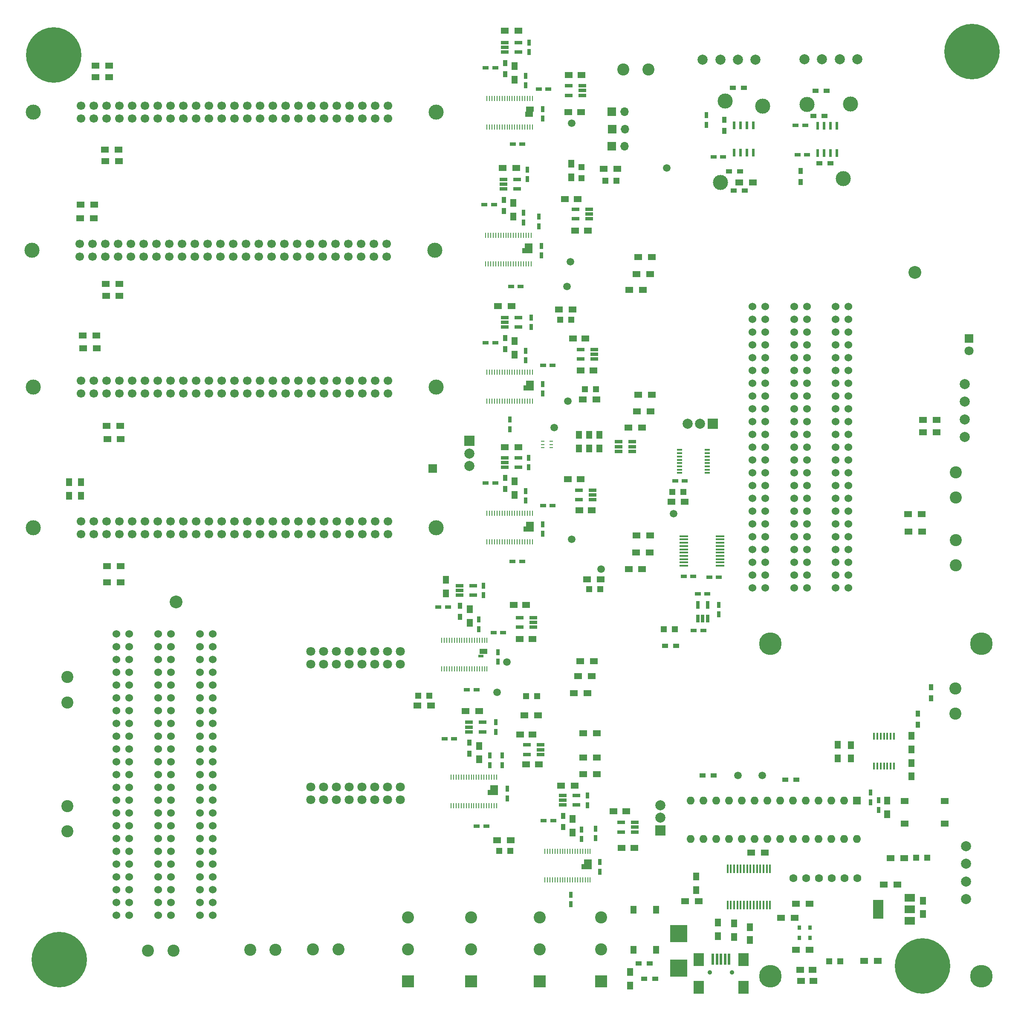
<source format=gbr>
G04 #@! TF.FileFunction,Soldermask,Top*
%FSLAX46Y46*%
G04 Gerber Fmt 4.6, Leading zero omitted, Abs format (unit mm)*
G04 Created by KiCad (PCBNEW 4.0.4-stable) date 08/02/17 18:58:23*
%MOMM*%
%LPD*%
G01*
G04 APERTURE LIST*
%ADD10C,0.100000*%
%ADD11R,1.500000X1.300000*%
%ADD12C,4.500000*%
%ADD13R,0.650000X0.250000*%
%ADD14R,1.050000X0.450000*%
%ADD15R,0.500000X2.300000*%
%ADD16R,2.000000X2.500000*%
%ADD17C,0.900000*%
%ADD18R,2.400000X2.400000*%
%ADD19C,2.400000*%
%ADD20R,0.450000X1.750000*%
%ADD21R,2.000000X1.000000*%
%ADD22R,0.285000X1.100000*%
%ADD23R,1.500000X1.000000*%
%ADD24C,1.800000*%
%ADD25R,1.560000X0.650000*%
%ADD26R,1.300000X1.500000*%
%ADD27R,1.200000X0.750000*%
%ADD28R,0.750000X1.200000*%
%ADD29R,0.900000X1.200000*%
%ADD30R,2.000000X3.800000*%
%ADD31R,2.000000X1.500000*%
%ADD32R,1.200000X1.200000*%
%ADD33R,1.600000X1.600000*%
%ADD34O,1.600000X1.600000*%
%ADD35R,0.600000X1.550000*%
%ADD36C,3.000000*%
%ADD37C,1.524000*%
%ADD38R,0.450000X1.450000*%
%ADD39R,1.800000X1.800000*%
%ADD40C,1.500000*%
%ADD41R,0.800000X0.900000*%
%ADD42R,1.250000X1.500000*%
%ADD43R,1.500000X1.250000*%
%ADD44R,3.500000X3.500000*%
%ADD45R,1.200000X0.900000*%
%ADD46R,1.300000X1.550000*%
%ADD47R,1.000000X0.500000*%
%ADD48C,1.600000*%
%ADD49R,0.650000X1.560000*%
%ADD50C,11.000000*%
%ADD51C,0.700000*%
%ADD52R,1.750000X0.450000*%
%ADD53R,2.000000X2.000000*%
%ADD54C,2.000000*%
%ADD55R,1.700000X1.700000*%
%ADD56R,1.550000X1.300000*%
%ADD57C,2.540000*%
%ADD58O,1.700000X1.700000*%
%ADD59C,1.700000*%
G04 APERTURE END LIST*
D10*
D11*
X35657800Y-98780600D03*
X38357800Y-98780600D03*
D12*
X209296000Y-205444399D03*
X167386000Y-205444399D03*
X167386000Y-139344400D03*
D13*
X123850400Y-99161600D03*
X123850400Y-99811600D03*
X123850400Y-100461600D03*
X122125400Y-99161600D03*
X122125400Y-99811600D03*
X122125400Y-100461600D03*
D14*
X154844800Y-105449800D03*
X154844800Y-104799800D03*
X154844800Y-104149800D03*
X154844800Y-103499800D03*
X154844800Y-102849800D03*
X154844800Y-102199800D03*
X154844800Y-101549800D03*
X154844800Y-100899800D03*
X149294800Y-100899800D03*
X149294800Y-101549800D03*
X149294800Y-102199800D03*
X149294800Y-102849800D03*
X149294800Y-103499800D03*
X149294800Y-104149800D03*
X149294800Y-104799800D03*
X149294800Y-105449800D03*
D15*
X155956200Y-202025600D03*
X156756200Y-202025600D03*
X157556200Y-202025600D03*
X158356200Y-202025600D03*
X159156200Y-202025600D03*
D16*
X153106200Y-202125600D03*
X153106200Y-207625600D03*
X162006200Y-202125600D03*
X162006200Y-207625600D03*
D17*
X155356200Y-204625600D03*
X159756200Y-204625600D03*
D18*
X121513600Y-206451200D03*
D19*
X121513600Y-200101200D03*
X121513600Y-193751200D03*
D20*
X167293000Y-184106000D03*
X166643000Y-184106000D03*
X165993000Y-184106000D03*
X165343000Y-184106000D03*
X164693000Y-184106000D03*
X164043000Y-184106000D03*
X163393000Y-184106000D03*
X162743000Y-184106000D03*
X162093000Y-184106000D03*
X161443000Y-184106000D03*
X160793000Y-184106000D03*
X160143000Y-184106000D03*
X159493000Y-184106000D03*
X158843000Y-184106000D03*
X158843000Y-191306000D03*
X159493000Y-191306000D03*
X160143000Y-191306000D03*
X160793000Y-191306000D03*
X161443000Y-191306000D03*
X162093000Y-191306000D03*
X162743000Y-191306000D03*
X163393000Y-191306000D03*
X164043000Y-191306000D03*
X164693000Y-191306000D03*
X165343000Y-191306000D03*
X165993000Y-191306000D03*
X166643000Y-191306000D03*
X167293000Y-191306000D03*
D18*
X133705600Y-206400400D03*
D19*
X133705600Y-200050400D03*
X133705600Y-193700400D03*
D21*
X119316500Y-116586000D03*
D22*
X120070000Y-113482000D03*
X119570000Y-113482000D03*
X119070000Y-113482000D03*
X118570000Y-113482000D03*
X118070000Y-113482000D03*
X117570000Y-113482000D03*
X117070000Y-113482000D03*
X116570000Y-113482000D03*
X116070000Y-113482000D03*
X115570000Y-113482000D03*
X115070000Y-113482000D03*
X114570000Y-113482000D03*
X114070000Y-113482000D03*
X113570000Y-113482000D03*
X113070000Y-113482000D03*
X112570000Y-113482000D03*
X112070000Y-113482000D03*
X111570000Y-113482000D03*
X111070000Y-113482000D03*
X111070000Y-119182000D03*
X111570000Y-119182000D03*
X112070000Y-119182000D03*
X112570000Y-119182000D03*
X113070000Y-119182000D03*
X113570000Y-119182000D03*
X114070000Y-119182000D03*
X114570000Y-119182000D03*
X115070000Y-119182000D03*
X115570000Y-119182000D03*
X116070000Y-119182000D03*
X116570000Y-119182000D03*
X117070000Y-119182000D03*
X117570000Y-119182000D03*
X118070000Y-119182000D03*
X118570000Y-119182000D03*
X119070000Y-119182000D03*
X119570000Y-119182000D03*
X120070000Y-119182000D03*
D23*
X119570500Y-115633500D03*
D24*
X93827600Y-143459200D03*
X93827600Y-140919200D03*
X91287600Y-143459200D03*
X91287600Y-140919200D03*
X88747600Y-143459200D03*
X88747600Y-140919200D03*
X86207600Y-143459200D03*
X86207600Y-140919200D03*
X83667600Y-143459200D03*
X83667600Y-140919200D03*
X81127600Y-143459200D03*
X81127600Y-140919200D03*
X78587600Y-143459200D03*
X78587600Y-140919200D03*
X76047600Y-143459200D03*
X76047600Y-140919200D03*
D25*
X107504240Y-154985680D03*
X107504240Y-155935680D03*
X107504240Y-156885680D03*
X110204240Y-156885680D03*
X110204240Y-154985680D03*
D26*
X109489240Y-159665680D03*
X109489240Y-162365680D03*
D27*
X109047240Y-175620680D03*
X110947240Y-175620680D03*
D28*
X114061240Y-161589680D03*
X114061240Y-163489680D03*
X115077240Y-170093680D03*
X115077240Y-168193680D03*
X112791240Y-156885680D03*
X112791240Y-154985680D03*
X111648240Y-161589680D03*
X111648240Y-163489680D03*
X109474000Y-134584400D03*
X109474000Y-136484400D03*
X110363000Y-129728000D03*
X110363000Y-127828000D03*
X113212880Y-142941080D03*
X113212880Y-141041080D03*
D27*
X114284800Y-137160000D03*
X112384800Y-137160000D03*
X107101600Y-148539200D03*
X109001600Y-148539200D03*
D26*
X107624880Y-132513080D03*
X107624880Y-135213080D03*
D25*
X105639880Y-127833080D03*
X105639880Y-128783080D03*
X105639880Y-129733080D03*
X108339880Y-129733080D03*
X108339880Y-127833080D03*
D28*
X118745000Y-109032000D03*
X118745000Y-110932000D03*
D29*
X114681000Y-108669000D03*
X114681000Y-106469000D03*
D27*
X110810000Y-107442000D03*
X112710000Y-107442000D03*
D28*
X119380000Y-104328000D03*
X119380000Y-102428000D03*
X122174000Y-117536000D03*
X122174000Y-115636000D03*
D27*
X124089200Y-111963200D03*
X122189200Y-111963200D03*
X116144000Y-123063000D03*
X118044000Y-123063000D03*
D26*
X116586000Y-107108000D03*
X116586000Y-109808000D03*
D25*
X114601000Y-102428000D03*
X114601000Y-103378000D03*
X114601000Y-104328000D03*
X117301000Y-104328000D03*
X117301000Y-102428000D03*
D28*
X129844800Y-176291200D03*
X129844800Y-178191200D03*
D29*
X126187200Y-175765640D03*
X126187200Y-173565640D03*
D27*
X122316200Y-174538640D03*
X124216200Y-174538640D03*
D28*
X130987800Y-171460200D03*
X130987800Y-169560200D03*
X133451600Y-184642800D03*
X133451600Y-182742800D03*
X132664200Y-176128640D03*
X132664200Y-178028640D03*
X127685800Y-189245200D03*
X127685800Y-191145200D03*
D26*
X128092200Y-174204640D03*
X128092200Y-176904640D03*
D25*
X126107200Y-169524640D03*
X126107200Y-170474640D03*
X126107200Y-171424640D03*
X128807200Y-171424640D03*
X128807200Y-169524640D03*
X114601000Y-74615000D03*
X114601000Y-75565000D03*
X114601000Y-76515000D03*
X117301000Y-76515000D03*
X117301000Y-74615000D03*
D26*
X116586000Y-79295000D03*
X116586000Y-81995000D03*
D28*
X115620800Y-94858800D03*
X115620800Y-96758800D03*
D27*
X124089200Y-84074000D03*
X122189200Y-84074000D03*
D28*
X122174000Y-89723000D03*
X122174000Y-87823000D03*
X119888000Y-76515000D03*
X119888000Y-74615000D03*
D27*
X110810000Y-79629000D03*
X112710000Y-79629000D03*
D28*
X118745000Y-81219000D03*
X118745000Y-83119000D03*
X118313200Y-53812400D03*
X118313200Y-55712400D03*
D27*
X110556000Y-52197000D03*
X112456000Y-52197000D03*
D28*
X119049800Y-45227200D03*
X119049800Y-47127200D03*
X121920000Y-62291000D03*
X121920000Y-60391000D03*
X121361200Y-54574400D03*
X121361200Y-56474400D03*
D27*
X115864600Y-68402200D03*
X117764600Y-68402200D03*
D26*
X116332000Y-51863000D03*
X116332000Y-54563000D03*
D25*
X114347000Y-47183000D03*
X114347000Y-48133000D03*
X114347000Y-49083000D03*
X117047000Y-49083000D03*
X117047000Y-47183000D03*
D30*
X188747000Y-192125600D03*
D31*
X195047000Y-192125600D03*
X195047000Y-189825600D03*
X195047000Y-194425600D03*
D25*
X114601000Y-20005000D03*
X114601000Y-20955000D03*
X114601000Y-21905000D03*
X117301000Y-21905000D03*
X117301000Y-20005000D03*
D32*
X181221560Y-202453240D03*
X179021560Y-202453240D03*
D33*
X184505600Y-170535600D03*
D34*
X151485600Y-178155600D03*
X181965600Y-170535600D03*
X154025600Y-178155600D03*
X179425600Y-170535600D03*
X156565600Y-178155600D03*
X176885600Y-170535600D03*
X159105600Y-178155600D03*
X174345600Y-170535600D03*
X161645600Y-178155600D03*
X171805600Y-170535600D03*
X164185600Y-178155600D03*
X169265600Y-170535600D03*
X166725600Y-178155600D03*
X166725600Y-170535600D03*
X169265600Y-178155600D03*
X164185600Y-170535600D03*
X171805600Y-178155600D03*
X161645600Y-170535600D03*
X174345600Y-178155600D03*
X159105600Y-170535600D03*
X176885600Y-178155600D03*
X156565600Y-170535600D03*
X179425600Y-178155600D03*
X154025600Y-170535600D03*
X181965600Y-178155600D03*
X151485600Y-170535600D03*
X184505600Y-178155600D03*
D26*
X156972000Y-194738000D03*
X156972000Y-197438000D03*
X160172400Y-194941200D03*
X160172400Y-197641200D03*
D11*
X188685160Y-202351640D03*
X185985160Y-202351640D03*
D26*
X116586000Y-24685000D03*
X116586000Y-27385000D03*
D27*
X116194800Y-40132000D03*
X118094800Y-40132000D03*
X123276400Y-29260800D03*
X121376400Y-29260800D03*
D28*
X122174000Y-35113000D03*
X122174000Y-33213000D03*
X119430800Y-21879600D03*
X119430800Y-19979600D03*
D27*
X110810000Y-25019000D03*
X112710000Y-25019000D03*
D29*
X114681000Y-26246000D03*
X114681000Y-24046000D03*
D28*
X118745000Y-26609000D03*
X118745000Y-28509000D03*
D18*
X107950000Y-206451200D03*
D19*
X107950000Y-200101200D03*
X107950000Y-193751200D03*
D18*
X95351600Y-206451200D03*
D19*
X95351600Y-200101200D03*
X95351600Y-193751200D03*
D11*
X141100000Y-89974000D03*
X143800000Y-89974000D03*
X141100000Y-62574000D03*
X143800000Y-62574000D03*
X140752840Y-117906800D03*
X143452840Y-117906800D03*
D35*
X160157160Y-41846480D03*
X161427160Y-41846480D03*
X162697160Y-41846480D03*
X163967160Y-41846480D03*
X163967160Y-36446480D03*
X162697160Y-36446480D03*
X161427160Y-36446480D03*
X160157160Y-36446480D03*
D36*
X158400000Y-31600000D03*
X165811200Y-32659320D03*
X174670720Y-32288480D03*
X183266080Y-32161480D03*
D37*
X172085000Y-72440800D03*
X174625000Y-72440800D03*
X172085000Y-74980800D03*
X174625000Y-74980800D03*
X172085000Y-77520800D03*
X174625000Y-77520800D03*
X172085000Y-80060800D03*
X174625000Y-80060800D03*
X172085000Y-82600800D03*
X174625000Y-82600800D03*
X172085000Y-85140800D03*
X174625000Y-85140800D03*
X172085000Y-87680800D03*
X174625000Y-87680800D03*
X172085000Y-90220800D03*
X174625000Y-90220800D03*
X172085000Y-92760800D03*
X174625000Y-92760800D03*
X172085000Y-95300800D03*
X174625000Y-95300800D03*
X172085000Y-97840800D03*
X174625000Y-97840800D03*
X172085000Y-100380800D03*
X174625000Y-100380800D03*
X172085000Y-102920800D03*
X174625000Y-102920800D03*
X172085000Y-105460800D03*
X174625000Y-105460800D03*
X172085000Y-108000800D03*
X174625000Y-108000800D03*
X172085000Y-110540800D03*
X174625000Y-110540800D03*
X172085000Y-113080800D03*
X174625000Y-113080800D03*
X172085000Y-115620800D03*
X174625000Y-115620800D03*
X172085000Y-118160800D03*
X174625000Y-118160800D03*
X172085000Y-120700800D03*
X174625000Y-120700800D03*
X172085000Y-123240800D03*
X174625000Y-123240800D03*
X172085000Y-125780800D03*
X174625000Y-125780800D03*
X172085000Y-128320800D03*
X174625000Y-128320800D03*
X163830000Y-72440800D03*
X166370000Y-72440800D03*
X163830000Y-74980800D03*
X166370000Y-74980800D03*
X163830000Y-77520800D03*
X166370000Y-77520800D03*
X163830000Y-80060800D03*
X166370000Y-80060800D03*
X163830000Y-82600800D03*
X166370000Y-82600800D03*
X163830000Y-85140800D03*
X166370000Y-85140800D03*
X163830000Y-87680800D03*
X166370000Y-87680800D03*
X163830000Y-90220800D03*
X166370000Y-90220800D03*
X163830000Y-92760800D03*
X166370000Y-92760800D03*
X163830000Y-95300800D03*
X166370000Y-95300800D03*
X163830000Y-97840800D03*
X166370000Y-97840800D03*
X163830000Y-100380800D03*
X166370000Y-100380800D03*
X163830000Y-102920800D03*
X166370000Y-102920800D03*
X163830000Y-105460800D03*
X166370000Y-105460800D03*
X163830000Y-108000800D03*
X166370000Y-108000800D03*
X163830000Y-110540800D03*
X166370000Y-110540800D03*
X163830000Y-113080800D03*
X166370000Y-113080800D03*
X163830000Y-115620800D03*
X166370000Y-115620800D03*
X163830000Y-118160800D03*
X166370000Y-118160800D03*
X163830000Y-120700800D03*
X166370000Y-120700800D03*
X163830000Y-123240800D03*
X166370000Y-123240800D03*
X163830000Y-125780800D03*
X166370000Y-125780800D03*
X163830000Y-128320800D03*
X166370000Y-128320800D03*
X180340000Y-72440800D03*
X182880000Y-72440800D03*
X180340000Y-74980800D03*
X182880000Y-74980800D03*
X180340000Y-77520800D03*
X182880000Y-77520800D03*
X180340000Y-80060800D03*
X182880000Y-80060800D03*
X180340000Y-82600800D03*
X182880000Y-82600800D03*
X180340000Y-85140800D03*
X182880000Y-85140800D03*
X180340000Y-87680800D03*
X182880000Y-87680800D03*
X180340000Y-90220800D03*
X182880000Y-90220800D03*
X180340000Y-92760800D03*
X182880000Y-92760800D03*
X180340000Y-95300800D03*
X182880000Y-95300800D03*
X180340000Y-97840800D03*
X182880000Y-97840800D03*
X180340000Y-100380800D03*
X182880000Y-100380800D03*
X180340000Y-102920800D03*
X182880000Y-102920800D03*
X180340000Y-105460800D03*
X182880000Y-105460800D03*
X180340000Y-108000800D03*
X182880000Y-108000800D03*
X180340000Y-110540800D03*
X182880000Y-110540800D03*
X180340000Y-113080800D03*
X182880000Y-113080800D03*
X180340000Y-115620800D03*
X182880000Y-115620800D03*
X180340000Y-118160800D03*
X182880000Y-118160800D03*
X180340000Y-120700800D03*
X182880000Y-120700800D03*
X180340000Y-123240800D03*
X182880000Y-123240800D03*
X180340000Y-125780800D03*
X182880000Y-125780800D03*
X180340000Y-128320800D03*
X182880000Y-128320800D03*
D24*
X93827600Y-170383200D03*
X93827600Y-167843200D03*
X91287600Y-170383200D03*
X91287600Y-167843200D03*
X88747600Y-170383200D03*
X88747600Y-167843200D03*
X86207600Y-170383200D03*
X86207600Y-167843200D03*
X83667600Y-170383200D03*
X83667600Y-167843200D03*
X81127600Y-170383200D03*
X81127600Y-167843200D03*
X78587600Y-170383200D03*
X78587600Y-167843200D03*
X76047600Y-170383200D03*
X76047600Y-167843200D03*
D11*
X163910000Y-47752000D03*
X161210000Y-47752000D03*
D36*
X157480000Y-47752000D03*
X181864000Y-46990000D03*
D38*
X191865800Y-157781200D03*
X191215800Y-157781200D03*
X190565800Y-157781200D03*
X189915800Y-157781200D03*
X189265800Y-157781200D03*
X188615800Y-157781200D03*
X187965800Y-157781200D03*
X187965800Y-163681200D03*
X188615800Y-163681200D03*
X189265800Y-163681200D03*
X189915800Y-163681200D03*
X190565800Y-163681200D03*
X191215800Y-163681200D03*
X191865800Y-163681200D03*
D27*
X150327400Y-107035600D03*
X148427400Y-107035600D03*
X101412000Y-132080000D03*
X103312000Y-132080000D03*
X102656600Y-158242000D03*
X104556600Y-158242000D03*
D32*
X198534200Y-181889400D03*
X196334200Y-181889400D03*
D24*
X206781400Y-81254600D03*
D39*
X206781400Y-78754600D03*
D37*
X37465000Y-137464800D03*
X40005000Y-137464800D03*
X37465000Y-140004800D03*
X40005000Y-140004800D03*
X37465000Y-142544800D03*
X40005000Y-142544800D03*
X37465000Y-145084800D03*
X40005000Y-145084800D03*
X37465000Y-147624800D03*
X40005000Y-147624800D03*
X37465000Y-150164800D03*
X40005000Y-150164800D03*
X37465000Y-152704800D03*
X40005000Y-152704800D03*
X37465000Y-155244800D03*
X40005000Y-155244800D03*
X37465000Y-157784800D03*
X40005000Y-157784800D03*
X37465000Y-160324800D03*
X40005000Y-160324800D03*
X37465000Y-162864800D03*
X40005000Y-162864800D03*
X37465000Y-165404800D03*
X40005000Y-165404800D03*
X37465000Y-167944800D03*
X40005000Y-167944800D03*
X37465000Y-170484800D03*
X40005000Y-170484800D03*
X37465000Y-173024800D03*
X40005000Y-173024800D03*
X37465000Y-175564800D03*
X40005000Y-175564800D03*
X37465000Y-178104800D03*
X40005000Y-178104800D03*
X37465000Y-180644800D03*
X40005000Y-180644800D03*
X37465000Y-183184800D03*
X40005000Y-183184800D03*
X37465000Y-185724800D03*
X40005000Y-185724800D03*
X37465000Y-188264800D03*
X40005000Y-188264800D03*
X37465000Y-190804800D03*
X40005000Y-190804800D03*
X37465000Y-193344800D03*
X40005000Y-193344800D03*
X45778000Y-137449200D03*
X48318000Y-137449200D03*
X45778000Y-139989200D03*
X48318000Y-139989200D03*
X45778000Y-142529200D03*
X48318000Y-142529200D03*
X45778000Y-145069200D03*
X48318000Y-145069200D03*
X45778000Y-147609200D03*
X48318000Y-147609200D03*
X45778000Y-150149200D03*
X48318000Y-150149200D03*
X45778000Y-152689200D03*
X48318000Y-152689200D03*
X45778000Y-155229200D03*
X48318000Y-155229200D03*
X45778000Y-157769200D03*
X48318000Y-157769200D03*
X45778000Y-160309200D03*
X48318000Y-160309200D03*
X45778000Y-162849200D03*
X48318000Y-162849200D03*
X45778000Y-165389200D03*
X48318000Y-165389200D03*
X45778000Y-167929200D03*
X48318000Y-167929200D03*
X45778000Y-170469200D03*
X48318000Y-170469200D03*
X45778000Y-173009200D03*
X48318000Y-173009200D03*
X45778000Y-175549200D03*
X48318000Y-175549200D03*
X45778000Y-178089200D03*
X48318000Y-178089200D03*
X45778000Y-180629200D03*
X48318000Y-180629200D03*
X45778000Y-183169200D03*
X48318000Y-183169200D03*
X45778000Y-185709200D03*
X48318000Y-185709200D03*
X45778000Y-188249200D03*
X48318000Y-188249200D03*
X45778000Y-190789200D03*
X48318000Y-190789200D03*
X45778000Y-193329200D03*
X48318000Y-193329200D03*
X54025800Y-137439400D03*
X56565800Y-137439400D03*
X54025800Y-139979400D03*
X56565800Y-139979400D03*
X54025800Y-142519400D03*
X56565800Y-142519400D03*
X54025800Y-145059400D03*
X56565800Y-145059400D03*
X54025800Y-147599400D03*
X56565800Y-147599400D03*
X54025800Y-150139400D03*
X56565800Y-150139400D03*
X54025800Y-152679400D03*
X56565800Y-152679400D03*
X54025800Y-155219400D03*
X56565800Y-155219400D03*
X54025800Y-157759400D03*
X56565800Y-157759400D03*
X54025800Y-160299400D03*
X56565800Y-160299400D03*
X54025800Y-162839400D03*
X56565800Y-162839400D03*
X54025800Y-165379400D03*
X56565800Y-165379400D03*
X54025800Y-167919400D03*
X56565800Y-167919400D03*
X54025800Y-170459400D03*
X56565800Y-170459400D03*
X54025800Y-172999400D03*
X56565800Y-172999400D03*
X54025800Y-175539400D03*
X56565800Y-175539400D03*
X54025800Y-178079400D03*
X56565800Y-178079400D03*
X54025800Y-180619400D03*
X56565800Y-180619400D03*
X54025800Y-183159400D03*
X56565800Y-183159400D03*
X54025800Y-185699400D03*
X56565800Y-185699400D03*
X54025800Y-188239400D03*
X56565800Y-188239400D03*
X54025800Y-190779400D03*
X56565800Y-190779400D03*
X54025800Y-193319400D03*
X56565800Y-193319400D03*
D40*
X127609600Y-63550800D03*
X127152400Y-91236800D03*
X127863600Y-118668800D03*
X115011200Y-143027400D03*
X146761200Y-44932600D03*
X126949200Y-68402200D03*
X124460000Y-96469200D03*
X133705600Y-124587000D03*
X113106200Y-148996400D03*
X148158200Y-113588800D03*
D32*
X147871000Y-109270800D03*
X150071000Y-109270800D03*
D11*
X147671800Y-111175800D03*
X150371800Y-111175800D03*
X191232800Y-181940200D03*
X193932800Y-181940200D03*
D41*
X173143200Y-195732400D03*
X175243200Y-195732400D03*
X173092400Y-197815200D03*
X175192400Y-197815200D03*
D11*
X150440400Y-190550800D03*
X153140400Y-190550800D03*
X172462200Y-191058800D03*
X175162200Y-191058800D03*
X172462200Y-200202800D03*
X175162200Y-200202800D03*
D26*
X152654000Y-188344800D03*
X152654000Y-185644800D03*
D11*
X169490400Y-193802000D03*
X172190400Y-193802000D03*
D26*
X139471400Y-204593200D03*
X139471400Y-207293200D03*
D42*
X163271200Y-195701600D03*
X163271200Y-198201600D03*
D43*
X173248000Y-204190600D03*
X175748000Y-204190600D03*
X173425800Y-206375000D03*
X175925800Y-206375000D03*
D44*
X149148800Y-203780600D03*
X149148800Y-196980600D03*
D45*
X143365400Y-202895200D03*
X141165400Y-202895200D03*
X144483000Y-205892400D03*
X142283000Y-205892400D03*
D46*
X140193200Y-200164600D03*
X140193200Y-192214600D03*
X144693200Y-200164600D03*
X144693200Y-192214600D03*
D23*
X119392700Y-34188400D03*
D22*
X120070000Y-31059000D03*
X119570000Y-31059000D03*
X119070000Y-31059000D03*
X118570000Y-31059000D03*
X118070000Y-31059000D03*
X117570000Y-31059000D03*
X117070000Y-31059000D03*
X116570000Y-31059000D03*
X116070000Y-31059000D03*
X115570000Y-31059000D03*
X115070000Y-31059000D03*
X114570000Y-31059000D03*
X114070000Y-31059000D03*
X113570000Y-31059000D03*
X113070000Y-31059000D03*
X112570000Y-31059000D03*
X112070000Y-31059000D03*
X111570000Y-31059000D03*
X111070000Y-31059000D03*
X111070000Y-36759000D03*
X111570000Y-36759000D03*
X112070000Y-36759000D03*
X112570000Y-36759000D03*
X113070000Y-36759000D03*
X113570000Y-36759000D03*
X114070000Y-36759000D03*
X114570000Y-36759000D03*
X115070000Y-36759000D03*
X115570000Y-36759000D03*
X116070000Y-36759000D03*
X116570000Y-36759000D03*
X117070000Y-36759000D03*
X117570000Y-36759000D03*
X118070000Y-36759000D03*
X118570000Y-36759000D03*
X119070000Y-36759000D03*
X119570000Y-36759000D03*
X120070000Y-36759000D03*
D23*
X119570500Y-33210500D03*
D11*
X139162800Y-96484440D03*
X141862800Y-96484440D03*
X140890000Y-93218000D03*
X143590000Y-93218000D03*
D29*
X114681000Y-80856000D03*
X114681000Y-78656000D03*
D11*
X139345680Y-69098160D03*
X142045680Y-69098160D03*
X140747760Y-65948560D03*
X143447760Y-65948560D03*
D29*
X114427000Y-53424000D03*
X114427000Y-51224000D03*
D11*
X139203440Y-124587000D03*
X141903440Y-124587000D03*
X140686800Y-121274840D03*
X143386800Y-121274840D03*
D29*
X105719880Y-134074080D03*
X105719880Y-131874080D03*
X107584240Y-161226680D03*
X107584240Y-159026680D03*
D40*
X127889000Y-35966400D03*
D21*
X119316500Y-88595200D03*
D22*
X120070000Y-85491200D03*
X119570000Y-85491200D03*
X119070000Y-85491200D03*
X118570000Y-85491200D03*
X118070000Y-85491200D03*
X117570000Y-85491200D03*
X117070000Y-85491200D03*
X116570000Y-85491200D03*
X116070000Y-85491200D03*
X115570000Y-85491200D03*
X115070000Y-85491200D03*
X114570000Y-85491200D03*
X114070000Y-85491200D03*
X113570000Y-85491200D03*
X113070000Y-85491200D03*
X112570000Y-85491200D03*
X112070000Y-85491200D03*
X111570000Y-85491200D03*
X111070000Y-85491200D03*
X111070000Y-91191200D03*
X111570000Y-91191200D03*
X112070000Y-91191200D03*
X112570000Y-91191200D03*
X113070000Y-91191200D03*
X113570000Y-91191200D03*
X114070000Y-91191200D03*
X114570000Y-91191200D03*
X115070000Y-91191200D03*
X115570000Y-91191200D03*
X116070000Y-91191200D03*
X116570000Y-91191200D03*
X117070000Y-91191200D03*
X117570000Y-91191200D03*
X118070000Y-91191200D03*
X118570000Y-91191200D03*
X119070000Y-91191200D03*
X119570000Y-91191200D03*
X120070000Y-91191200D03*
D23*
X119570500Y-87642700D03*
D21*
X119062500Y-61341000D03*
D22*
X119816000Y-58237000D03*
X119316000Y-58237000D03*
X118816000Y-58237000D03*
X118316000Y-58237000D03*
X117816000Y-58237000D03*
X117316000Y-58237000D03*
X116816000Y-58237000D03*
X116316000Y-58237000D03*
X115816000Y-58237000D03*
X115316000Y-58237000D03*
X114816000Y-58237000D03*
X114316000Y-58237000D03*
X113816000Y-58237000D03*
X113316000Y-58237000D03*
X112816000Y-58237000D03*
X112316000Y-58237000D03*
X111816000Y-58237000D03*
X111316000Y-58237000D03*
X110816000Y-58237000D03*
X110816000Y-63937000D03*
X111316000Y-63937000D03*
X111816000Y-63937000D03*
X112316000Y-63937000D03*
X112816000Y-63937000D03*
X113316000Y-63937000D03*
X113816000Y-63937000D03*
X114316000Y-63937000D03*
X114816000Y-63937000D03*
X115316000Y-63937000D03*
X115816000Y-63937000D03*
X116316000Y-63937000D03*
X116816000Y-63937000D03*
X117316000Y-63937000D03*
X117816000Y-63937000D03*
X118316000Y-63937000D03*
X118816000Y-63937000D03*
X119316000Y-63937000D03*
X119816000Y-63937000D03*
D23*
X119316500Y-60388500D03*
D47*
X109867700Y-141859000D03*
D22*
X111088560Y-138714360D03*
X110588560Y-138714360D03*
X110088560Y-138714360D03*
X109588560Y-138714360D03*
X109088560Y-138714360D03*
X108588560Y-138714360D03*
X108088560Y-138714360D03*
X107588560Y-138714360D03*
X107088560Y-138714360D03*
X106588560Y-138714360D03*
X106088560Y-138714360D03*
X105588560Y-138714360D03*
X105088560Y-138714360D03*
X104588560Y-138714360D03*
X104088560Y-138714360D03*
X103588560Y-138714360D03*
X103088560Y-138714360D03*
X102588560Y-138714360D03*
X102088560Y-138714360D03*
X102088560Y-144414360D03*
X102588560Y-144414360D03*
X103088560Y-144414360D03*
X103588560Y-144414360D03*
X104088560Y-144414360D03*
X104588560Y-144414360D03*
X105088560Y-144414360D03*
X105588560Y-144414360D03*
X106088560Y-144414360D03*
X106588560Y-144414360D03*
X107088560Y-144414360D03*
X107588560Y-144414360D03*
X108088560Y-144414360D03*
X108588560Y-144414360D03*
X109088560Y-144414360D03*
X109588560Y-144414360D03*
X110088560Y-144414360D03*
X110588560Y-144414360D03*
X111088560Y-144414360D03*
D23*
X110363000Y-140944600D03*
D21*
X112204500Y-168970960D03*
D22*
X112958000Y-165866960D03*
X112458000Y-165866960D03*
X111958000Y-165866960D03*
X111458000Y-165866960D03*
X110958000Y-165866960D03*
X110458000Y-165866960D03*
X109958000Y-165866960D03*
X109458000Y-165866960D03*
X108958000Y-165866960D03*
X108458000Y-165866960D03*
X107958000Y-165866960D03*
X107458000Y-165866960D03*
X106958000Y-165866960D03*
X106458000Y-165866960D03*
X105958000Y-165866960D03*
X105458000Y-165866960D03*
X104958000Y-165866960D03*
X104458000Y-165866960D03*
X103958000Y-165866960D03*
X103958000Y-171566960D03*
X104458000Y-171566960D03*
X104958000Y-171566960D03*
X105458000Y-171566960D03*
X105958000Y-171566960D03*
X106458000Y-171566960D03*
X106958000Y-171566960D03*
X107458000Y-171566960D03*
X107958000Y-171566960D03*
X108458000Y-171566960D03*
X108958000Y-171566960D03*
X109458000Y-171566960D03*
X109958000Y-171566960D03*
X110458000Y-171566960D03*
X110958000Y-171566960D03*
X111458000Y-171566960D03*
X111958000Y-171566960D03*
X112458000Y-171566960D03*
X112958000Y-171566960D03*
D23*
X112458500Y-168018460D03*
D35*
X176784000Y-41892200D03*
X178054000Y-41892200D03*
X179324000Y-41892200D03*
X180594000Y-41892200D03*
X180594000Y-36492200D03*
X179324000Y-36492200D03*
X178054000Y-36492200D03*
X176784000Y-36492200D03*
D40*
X165760400Y-165506400D03*
X160880400Y-165506400D03*
D11*
X114626400Y-17627600D03*
X117326400Y-17627600D03*
X113254800Y-72339200D03*
X115954800Y-72339200D03*
X114169200Y-44907200D03*
X116869200Y-44907200D03*
X114626400Y-100380800D03*
X117326400Y-100380800D03*
D26*
X102895400Y-129391400D03*
X102895400Y-126691400D03*
D11*
X106854000Y-152755600D03*
X109554000Y-152755600D03*
X125751600Y-167538400D03*
X128451600Y-167538400D03*
D29*
X173400000Y-45500000D03*
X173400000Y-47700000D03*
D45*
X177100000Y-44000000D03*
X179300000Y-44000000D03*
D29*
X158200000Y-37500000D03*
X158200000Y-35300000D03*
D45*
X159900000Y-29000000D03*
X162100000Y-29000000D03*
X159100000Y-45600000D03*
X161300000Y-45600000D03*
X160100000Y-49400000D03*
X162300000Y-49400000D03*
X175900000Y-34600000D03*
X178100000Y-34600000D03*
X176300000Y-29600000D03*
X178500000Y-29600000D03*
D26*
X195400000Y-157700000D03*
X195400000Y-160400000D03*
X183340400Y-159494400D03*
X183340400Y-162194400D03*
X195400000Y-163050000D03*
X195400000Y-165750000D03*
X180740400Y-162144400D03*
X180740400Y-159444400D03*
D48*
X171958000Y-185928000D03*
X174498000Y-185928000D03*
X177038000Y-185928000D03*
X179578000Y-185928000D03*
X182118000Y-185928000D03*
X184658000Y-185928000D03*
D21*
X130822700Y-183682640D03*
D22*
X131576200Y-180578640D03*
X131076200Y-180578640D03*
X130576200Y-180578640D03*
X130076200Y-180578640D03*
X129576200Y-180578640D03*
X129076200Y-180578640D03*
X128576200Y-180578640D03*
X128076200Y-180578640D03*
X127576200Y-180578640D03*
X127076200Y-180578640D03*
X126576200Y-180578640D03*
X126076200Y-180578640D03*
X125576200Y-180578640D03*
X125076200Y-180578640D03*
X124576200Y-180578640D03*
X124076200Y-180578640D03*
X123576200Y-180578640D03*
X123076200Y-180578640D03*
X122576200Y-180578640D03*
X122576200Y-186278640D03*
X123076200Y-186278640D03*
X123576200Y-186278640D03*
X124076200Y-186278640D03*
X124576200Y-186278640D03*
X125076200Y-186278640D03*
X125576200Y-186278640D03*
X126076200Y-186278640D03*
X126576200Y-186278640D03*
X127076200Y-186278640D03*
X127576200Y-186278640D03*
X128076200Y-186278640D03*
X128576200Y-186278640D03*
X129076200Y-186278640D03*
X129576200Y-186278640D03*
X130076200Y-186278640D03*
X130576200Y-186278640D03*
X131076200Y-186278640D03*
X131576200Y-186278640D03*
D23*
X131076700Y-182730140D03*
D45*
X172550000Y-166370000D03*
X170350000Y-166370000D03*
X153890800Y-165506400D03*
X156090800Y-165506400D03*
D27*
X154035800Y-136779000D03*
X152135800Y-136779000D03*
D28*
X157073600Y-133538000D03*
X157073600Y-131638000D03*
D27*
X154823200Y-129463800D03*
X152923200Y-129463800D03*
D49*
X152974000Y-134369800D03*
X153924000Y-134369800D03*
X154874000Y-134369800D03*
X154874000Y-131669800D03*
X152974000Y-131669800D03*
D43*
X136214800Y-172694600D03*
X138714800Y-172694600D03*
X127324800Y-26416000D03*
X129824800Y-26416000D03*
X128137600Y-78790800D03*
X130637600Y-78790800D03*
X126562800Y-51104800D03*
X129062800Y-51104800D03*
X127172400Y-106730800D03*
X129672400Y-106730800D03*
X116352000Y-131673600D03*
X118852000Y-131673600D03*
X117622000Y-157429200D03*
X120122000Y-157429200D03*
D26*
X133400800Y-97862400D03*
X133400800Y-100562400D03*
X129336800Y-97862400D03*
X129336800Y-100562400D03*
X131368800Y-97862400D03*
X131368800Y-100562400D03*
D50*
X24993600Y-22453600D03*
D51*
X29118600Y-22453600D03*
X27920415Y-25380415D03*
X24993600Y-26578600D03*
X22066785Y-25380415D03*
X20868600Y-22453600D03*
X22066785Y-19526785D03*
X24993600Y-18328600D03*
X27920415Y-19526785D03*
D50*
X207416400Y-21793200D03*
D51*
X211541400Y-21793200D03*
X210343215Y-24720015D03*
X207416400Y-25918200D03*
X204489585Y-24720015D03*
X203291400Y-21793200D03*
X204489585Y-18866385D03*
X207416400Y-17668200D03*
X210343215Y-18866385D03*
D50*
X26162000Y-202082400D03*
D51*
X30287000Y-202082400D03*
X29088815Y-205009215D03*
X26162000Y-206207400D03*
X23235185Y-205009215D03*
X22037000Y-202082400D03*
X23235185Y-199155585D03*
X26162000Y-197957400D03*
X29088815Y-199155585D03*
D50*
X197535800Y-203403200D03*
D51*
X201660800Y-203403200D03*
X200462615Y-206330015D03*
X197535800Y-207528200D03*
X194608985Y-206330015D03*
X193410800Y-203403200D03*
X194608985Y-200476385D03*
X197535800Y-199278200D03*
X200462615Y-200476385D03*
D25*
X129975600Y-30464800D03*
X129975600Y-29514800D03*
X129975600Y-28564800D03*
X127275600Y-28564800D03*
X127275600Y-30464800D03*
X132363200Y-82839600D03*
X132363200Y-81889600D03*
X132363200Y-80939600D03*
X129663200Y-80939600D03*
X129663200Y-82839600D03*
X131347200Y-55001200D03*
X131347200Y-54051200D03*
X131347200Y-53101200D03*
X128647200Y-53101200D03*
X128647200Y-55001200D03*
X132007600Y-110779600D03*
X132007600Y-109829600D03*
X132007600Y-108879600D03*
X129307600Y-108879600D03*
X129307600Y-110779600D03*
D43*
X128594800Y-57353200D03*
X131094800Y-57353200D03*
D25*
X139932400Y-101178400D03*
X139932400Y-100228400D03*
X139932400Y-99278400D03*
X137232400Y-99278400D03*
X137232400Y-101178400D03*
X137232400Y-100228400D03*
D43*
X127223200Y-33782000D03*
X129723200Y-33782000D03*
X129712400Y-85140800D03*
X132212400Y-85140800D03*
X129382200Y-112903000D03*
X131882200Y-112903000D03*
X117571200Y-138430000D03*
X120071200Y-138430000D03*
X118866600Y-163322000D03*
X121366600Y-163322000D03*
X137840400Y-179933600D03*
X140340400Y-179933600D03*
D25*
X140389600Y-176768800D03*
X140389600Y-175818800D03*
X140389600Y-174868800D03*
X137689600Y-174868800D03*
X137689600Y-176768800D03*
X120272800Y-136078000D03*
X120272800Y-135128000D03*
X120272800Y-134178000D03*
X117572800Y-134178000D03*
X117572800Y-136078000D03*
X121695200Y-161376400D03*
X121695200Y-160426400D03*
X121695200Y-159476400D03*
X118995200Y-159476400D03*
X118995200Y-161376400D03*
D52*
X157371600Y-123879800D03*
X157371600Y-123229800D03*
X157371600Y-122579800D03*
X157371600Y-121929800D03*
X157371600Y-121279800D03*
X157371600Y-120629800D03*
X157371600Y-119979800D03*
X157371600Y-119329800D03*
X157371600Y-118679800D03*
X157371600Y-118029800D03*
X150171600Y-118029800D03*
X150171600Y-118679800D03*
X150171600Y-119329800D03*
X150171600Y-119979800D03*
X150171600Y-120629800D03*
X150171600Y-121279800D03*
X150171600Y-121929800D03*
X150171600Y-122579800D03*
X150171600Y-123229800D03*
X150171600Y-123879800D03*
D53*
X107543600Y-99060000D03*
D54*
X107543600Y-101600000D03*
X107543600Y-104100000D03*
D55*
X100304600Y-104571800D03*
D11*
X36046400Y-26822400D03*
X33346400Y-26822400D03*
X33346400Y-24561800D03*
X36046400Y-24561800D03*
X35175200Y-41249600D03*
X37875200Y-41249600D03*
X35276800Y-43535600D03*
X37976800Y-43535600D03*
X33557200Y-80721200D03*
X30857200Y-80721200D03*
X30806400Y-78181200D03*
X33506400Y-78181200D03*
X35505400Y-96139000D03*
X38205400Y-96139000D03*
X32973000Y-54889400D03*
X30273000Y-54889400D03*
X30349200Y-52171600D03*
X33049200Y-52171600D03*
X35327600Y-67894200D03*
X38027600Y-67894200D03*
X35403800Y-70307200D03*
X38103800Y-70307200D03*
D26*
X30480000Y-107311200D03*
X30480000Y-110011200D03*
X28067000Y-110011200D03*
X28067000Y-107311200D03*
D11*
X35632400Y-123952000D03*
X38332400Y-123952000D03*
X35632400Y-127152400D03*
X38332400Y-127152400D03*
D27*
X155209200Y-126136400D03*
X157109200Y-126136400D03*
X150129200Y-125984000D03*
X152029200Y-125984000D03*
D11*
X128342400Y-149199600D03*
X131042400Y-149199600D03*
X132287000Y-142824200D03*
X129587000Y-142824200D03*
X129180600Y-145846800D03*
X131880600Y-145846800D03*
X130222000Y-165277800D03*
X132922000Y-165277800D03*
X132871200Y-157175200D03*
X130171200Y-157175200D03*
X130222000Y-162001200D03*
X132922000Y-162001200D03*
D26*
X197688200Y-190394600D03*
X197688200Y-193094600D03*
D11*
X192586600Y-187223400D03*
X189886600Y-187223400D03*
D53*
X145465800Y-176479200D03*
D54*
X145465800Y-173939200D03*
X145465800Y-171439200D03*
D26*
X190550800Y-173231800D03*
X190550800Y-170531800D03*
D56*
X194043400Y-170647800D03*
X201993400Y-170647800D03*
X194043400Y-175147800D03*
X201993400Y-175147800D03*
D57*
X196062600Y-65608200D03*
X49301400Y-131064000D03*
D28*
X188823600Y-172374600D03*
X188823600Y-170474600D03*
D11*
X197633600Y-94894400D03*
X200333600Y-94894400D03*
X197684400Y-97383600D03*
X200384400Y-97383600D03*
D54*
X184621000Y-23316200D03*
X181121000Y-23316200D03*
X177621000Y-23316200D03*
X174121000Y-23316200D03*
X164402600Y-23392400D03*
X160902600Y-23392400D03*
X157402600Y-23392400D03*
X153902600Y-23392400D03*
X206172800Y-190107400D03*
X206172800Y-186607400D03*
X206172800Y-183107400D03*
X206172800Y-179607400D03*
X205969600Y-98311800D03*
X205969600Y-94811800D03*
X205969600Y-91311800D03*
X205969600Y-87811800D03*
D12*
X209296000Y-139344400D03*
D19*
X76544800Y-200126600D03*
X81544800Y-200126600D03*
X143139800Y-25323800D03*
X138139800Y-25323800D03*
X204216000Y-123785000D03*
X204216000Y-118785000D03*
X64073400Y-200152000D03*
X69073400Y-200152000D03*
D55*
X135813800Y-33731200D03*
D58*
X138353800Y-33731200D03*
D55*
X135940800Y-37211000D03*
D58*
X138480800Y-37211000D03*
D55*
X135864600Y-40538400D03*
D58*
X138404600Y-40538400D03*
D11*
X166221400Y-180873400D03*
X163521400Y-180873400D03*
D27*
X156047400Y-42722800D03*
X157947400Y-42722800D03*
X174254200Y-36449000D03*
X172354200Y-36449000D03*
D28*
X154635200Y-36332200D03*
X154635200Y-34432200D03*
D32*
X136761400Y-47396400D03*
X134561400Y-47396400D03*
X127769800Y-75031600D03*
X125569800Y-75031600D03*
X132722800Y-88874600D03*
X130522800Y-88874600D03*
X133561000Y-128549400D03*
X131361000Y-128549400D03*
X99626600Y-149733000D03*
X97426600Y-149733000D03*
X115679400Y-180568600D03*
X113479400Y-180568600D03*
X129870200Y-46947000D03*
X129870200Y-44747000D03*
X146220000Y-136525000D03*
X148420000Y-136525000D03*
X121038800Y-149809200D03*
X118838800Y-149809200D03*
D53*
X155930600Y-95656400D03*
D54*
X153390600Y-95656400D03*
X150890600Y-95656400D03*
D19*
X204139800Y-110373800D03*
X204139800Y-105373800D03*
X43778800Y-200329800D03*
X48778800Y-200329800D03*
D11*
X194712600Y-113639600D03*
X197412600Y-113639600D03*
X194788800Y-117144800D03*
X197488800Y-117144800D03*
X134282001Y-45067600D03*
X136982001Y-45067600D03*
X125345200Y-72974200D03*
X128045200Y-72974200D03*
X130134001Y-90865600D03*
X132834001Y-90865600D03*
X130984000Y-126619000D03*
X133684000Y-126619000D03*
X97214201Y-151659600D03*
X99914201Y-151659600D03*
X113071401Y-178408400D03*
X115771401Y-178408400D03*
D26*
X127787400Y-44039800D03*
X127787400Y-46739800D03*
D45*
X148647162Y-139827600D03*
X146447162Y-139827600D03*
D11*
X118535962Y-153627600D03*
X121235962Y-153627600D03*
D27*
X172735200Y-42265600D03*
X174635200Y-42265600D03*
D28*
X187223400Y-168950600D03*
X187223400Y-170850600D03*
D36*
X100965000Y-116332000D03*
X20955000Y-116332000D03*
D59*
X30480000Y-117602000D03*
X30480000Y-115062000D03*
X33020000Y-117602000D03*
X33020000Y-115062000D03*
X35560000Y-117602000D03*
X35560000Y-115062000D03*
X38100000Y-117602000D03*
X38100000Y-115062000D03*
X40640000Y-117602000D03*
X40640000Y-115062000D03*
X43180000Y-117602000D03*
X43180000Y-115062000D03*
X45720000Y-117602000D03*
X45720000Y-115062000D03*
X48260000Y-117602000D03*
X48260000Y-115062000D03*
X50800000Y-117602000D03*
X50800000Y-115062000D03*
X53340000Y-117602000D03*
X53340000Y-115062000D03*
X55880000Y-117602000D03*
X55880000Y-115062000D03*
X58420000Y-117602000D03*
X58420000Y-115062000D03*
X60960000Y-117602000D03*
X60960000Y-115062000D03*
X63500000Y-117602000D03*
X63500000Y-115062000D03*
X66040000Y-117602000D03*
X66040000Y-115062000D03*
X68580000Y-117602000D03*
X68580000Y-115062000D03*
X71120000Y-117602000D03*
X71120000Y-115062000D03*
X73660000Y-117602000D03*
X73660000Y-115062000D03*
X76200000Y-117602000D03*
X76200000Y-115062000D03*
X78740000Y-117602000D03*
X78740000Y-115062000D03*
X81280000Y-117602000D03*
X81280000Y-115062000D03*
X83820000Y-117602000D03*
X83820000Y-115062000D03*
X86360000Y-117602000D03*
X86360000Y-115062000D03*
X88900000Y-117602000D03*
X88900000Y-115062000D03*
X91440000Y-117602000D03*
X91440000Y-115062000D03*
D36*
X100965000Y-88392000D03*
X20955000Y-88392000D03*
D59*
X30480000Y-89662000D03*
X30480000Y-87122000D03*
X33020000Y-89662000D03*
X33020000Y-87122000D03*
X35560000Y-89662000D03*
X35560000Y-87122000D03*
X38100000Y-89662000D03*
X38100000Y-87122000D03*
X40640000Y-89662000D03*
X40640000Y-87122000D03*
X43180000Y-89662000D03*
X43180000Y-87122000D03*
X45720000Y-89662000D03*
X45720000Y-87122000D03*
X48260000Y-89662000D03*
X48260000Y-87122000D03*
X50800000Y-89662000D03*
X50800000Y-87122000D03*
X53340000Y-89662000D03*
X53340000Y-87122000D03*
X55880000Y-89662000D03*
X55880000Y-87122000D03*
X58420000Y-89662000D03*
X58420000Y-87122000D03*
X60960000Y-89662000D03*
X60960000Y-87122000D03*
X63500000Y-89662000D03*
X63500000Y-87122000D03*
X66040000Y-89662000D03*
X66040000Y-87122000D03*
X68580000Y-89662000D03*
X68580000Y-87122000D03*
X71120000Y-89662000D03*
X71120000Y-87122000D03*
X73660000Y-89662000D03*
X73660000Y-87122000D03*
X76200000Y-89662000D03*
X76200000Y-87122000D03*
X78740000Y-89662000D03*
X78740000Y-87122000D03*
X81280000Y-89662000D03*
X81280000Y-87122000D03*
X83820000Y-89662000D03*
X83820000Y-87122000D03*
X86360000Y-89662000D03*
X86360000Y-87122000D03*
X88900000Y-89662000D03*
X88900000Y-87122000D03*
X91440000Y-89662000D03*
X91440000Y-87122000D03*
D36*
X100711000Y-61214000D03*
X20701000Y-61214000D03*
D59*
X30226000Y-62484000D03*
X30226000Y-59944000D03*
X32766000Y-62484000D03*
X32766000Y-59944000D03*
X35306000Y-62484000D03*
X35306000Y-59944000D03*
X37846000Y-62484000D03*
X37846000Y-59944000D03*
X40386000Y-62484000D03*
X40386000Y-59944000D03*
X42926000Y-62484000D03*
X42926000Y-59944000D03*
X45466000Y-62484000D03*
X45466000Y-59944000D03*
X48006000Y-62484000D03*
X48006000Y-59944000D03*
X50546000Y-62484000D03*
X50546000Y-59944000D03*
X53086000Y-62484000D03*
X53086000Y-59944000D03*
X55626000Y-62484000D03*
X55626000Y-59944000D03*
X58166000Y-62484000D03*
X58166000Y-59944000D03*
X60706000Y-62484000D03*
X60706000Y-59944000D03*
X63246000Y-62484000D03*
X63246000Y-59944000D03*
X65786000Y-62484000D03*
X65786000Y-59944000D03*
X68326000Y-62484000D03*
X68326000Y-59944000D03*
X70866000Y-62484000D03*
X70866000Y-59944000D03*
X73406000Y-62484000D03*
X73406000Y-59944000D03*
X75946000Y-62484000D03*
X75946000Y-59944000D03*
X78486000Y-62484000D03*
X78486000Y-59944000D03*
X81026000Y-62484000D03*
X81026000Y-59944000D03*
X83566000Y-62484000D03*
X83566000Y-59944000D03*
X86106000Y-62484000D03*
X86106000Y-59944000D03*
X88646000Y-62484000D03*
X88646000Y-59944000D03*
X91186000Y-62484000D03*
X91186000Y-59944000D03*
D36*
X100965000Y-33782000D03*
X20955000Y-33782000D03*
D59*
X30480000Y-35052000D03*
X30480000Y-32512000D03*
X33020000Y-35052000D03*
X33020000Y-32512000D03*
X35560000Y-35052000D03*
X35560000Y-32512000D03*
X38100000Y-35052000D03*
X38100000Y-32512000D03*
X40640000Y-35052000D03*
X40640000Y-32512000D03*
X43180000Y-35052000D03*
X43180000Y-32512000D03*
X45720000Y-35052000D03*
X45720000Y-32512000D03*
X48260000Y-35052000D03*
X48260000Y-32512000D03*
X50800000Y-35052000D03*
X50800000Y-32512000D03*
X53340000Y-35052000D03*
X53340000Y-32512000D03*
X55880000Y-35052000D03*
X55880000Y-32512000D03*
X58420000Y-35052000D03*
X58420000Y-32512000D03*
X60960000Y-35052000D03*
X60960000Y-32512000D03*
X63500000Y-35052000D03*
X63500000Y-32512000D03*
X66040000Y-35052000D03*
X66040000Y-32512000D03*
X68580000Y-35052000D03*
X68580000Y-32512000D03*
X71120000Y-35052000D03*
X71120000Y-32512000D03*
X73660000Y-35052000D03*
X73660000Y-32512000D03*
X76200000Y-35052000D03*
X76200000Y-32512000D03*
X78740000Y-35052000D03*
X78740000Y-32512000D03*
X81280000Y-35052000D03*
X81280000Y-32512000D03*
X83820000Y-35052000D03*
X83820000Y-32512000D03*
X86360000Y-35052000D03*
X86360000Y-32512000D03*
X88900000Y-35052000D03*
X88900000Y-32512000D03*
X91440000Y-35052000D03*
X91440000Y-32512000D03*
D19*
X27774900Y-146026500D03*
X27774900Y-151026500D03*
X27774900Y-171617000D03*
X27774900Y-176617000D03*
X204089000Y-153274400D03*
X204089000Y-148274400D03*
D29*
X199275700Y-150248800D03*
X199275700Y-148048800D03*
X196659500Y-155455800D03*
X196659500Y-153255800D03*
M02*

</source>
